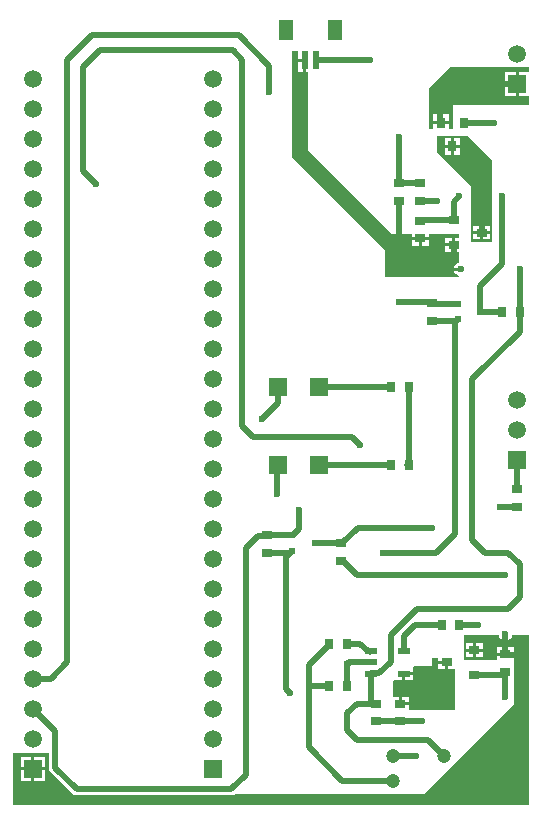
<source format=gtl>
G04*
G04 #@! TF.GenerationSoftware,Altium Limited,Altium Designer,20.0.14 (345)*
G04*
G04 Layer_Physical_Order=1*
G04 Layer_Color=255*
%FSLAX44Y44*%
%MOMM*%
G71*
G01*
G75*
%ADD14R,0.9000X0.7000*%
%ADD15R,0.7000X0.9000*%
%ADD16R,0.6000X0.4700*%
%ADD17R,0.9500X0.6500*%
%ADD18R,0.6000X1.5500*%
%ADD19R,1.2000X1.8000*%
%ADD20R,0.8000X0.9500*%
%ADD21R,1.1000X0.6000*%
%ADD22R,1.5000X1.5000*%
%ADD36C,1.2000*%
%ADD37C,0.5000*%
%ADD38C,1.5000*%
%ADD39R,1.5000X1.5000*%
%ADD40C,0.6000*%
G36*
X470000Y640040D02*
X461270D01*
Y630000D01*
Y619960D01*
X470000D01*
Y612000D01*
X406000D01*
Y592000D01*
X402040D01*
Y595730D01*
X388960D01*
Y592000D01*
X385000D01*
Y626000D01*
X403000Y644000D01*
X470000D01*
Y640040D01*
D02*
G37*
G36*
X439000Y565000D02*
X439000Y496000D01*
X421000D01*
X421000Y543000D01*
X392000Y572000D01*
Y586000D01*
X418000D01*
X439000Y565000D01*
D02*
G37*
G36*
X274460Y651270D02*
X280000D01*
Y650000D01*
X281270D01*
Y639710D01*
X283000D01*
Y574000D01*
X353000Y504000D01*
Y503000D01*
X370960D01*
Y500270D01*
X378000D01*
X385040D01*
Y503000D01*
X411000D01*
Y499290D01*
X407520D01*
Y493500D01*
Y487710D01*
X411000D01*
Y478450D01*
X409838Y478219D01*
X408006Y476994D01*
X406781Y475162D01*
X406604Y474270D01*
X412000D01*
Y471730D01*
X406604D01*
X406781Y470838D01*
X408006Y469006D01*
X409838Y467781D01*
X411000Y467550D01*
Y466000D01*
X348000D01*
Y489000D01*
X269000Y568000D01*
Y658000D01*
X274460D01*
Y651270D01*
D02*
G37*
G36*
X451270Y158604D02*
X452162Y158781D01*
X453994Y160006D01*
X455219Y161838D01*
X455450Y163000D01*
X470000D01*
Y19000D01*
X33000D01*
Y63000D01*
X63392D01*
Y51000D01*
X63819Y48854D01*
X65035Y47035D01*
X83035Y29035D01*
X84854Y27819D01*
X87000Y27392D01*
X218000D01*
X220146Y27819D01*
X221913Y29000D01*
X381000D01*
X457000Y105000D01*
Y125500D01*
X457500D01*
Y138500D01*
X457000D01*
Y140960D01*
X457040D01*
Y145730D01*
X450000D01*
X442960D01*
Y142000D01*
X416000D01*
X415000Y143000D01*
Y163000D01*
X444550D01*
X444781Y161838D01*
X446006Y160006D01*
X447838Y158781D01*
X448730Y158604D01*
Y164000D01*
X451270D01*
Y158604D01*
D02*
G37*
G36*
X392960Y141270D02*
X400250D01*
Y140000D01*
X401520D01*
Y134210D01*
X407000D01*
Y100000D01*
X368040D01*
Y103730D01*
X361000D01*
Y105000D01*
X359730D01*
Y111040D01*
X355000D01*
Y124212D01*
X355960Y124960D01*
X362730D01*
Y130500D01*
X364000D01*
Y131770D01*
X372040D01*
Y136040D01*
X372788Y137000D01*
X388000D01*
Y144000D01*
X392960D01*
Y141270D01*
D02*
G37*
%LPC*%
G36*
X458730Y640040D02*
X449960D01*
Y631270D01*
X458730D01*
Y640040D01*
D02*
G37*
G36*
Y628730D02*
X449960D01*
Y619960D01*
X458730D01*
Y628730D01*
D02*
G37*
G36*
X402040Y604290D02*
X396770D01*
Y598270D01*
X402040D01*
Y604290D01*
D02*
G37*
G36*
X394230D02*
X388960D01*
Y598270D01*
X394230D01*
Y604290D01*
D02*
G37*
G36*
X411540Y584290D02*
X406270D01*
Y578270D01*
X411540D01*
Y584290D01*
D02*
G37*
G36*
X403730D02*
X398460D01*
Y578270D01*
X403730D01*
Y584290D01*
D02*
G37*
G36*
X411540Y575730D02*
X406270D01*
Y569710D01*
X411540D01*
Y575730D01*
D02*
G37*
G36*
X403730D02*
X398460D01*
Y569710D01*
X403730D01*
Y575730D01*
D02*
G37*
G36*
X437040Y509790D02*
X431020D01*
Y505270D01*
X437040D01*
Y509790D01*
D02*
G37*
G36*
X428480D02*
X422460D01*
Y505270D01*
X428480D01*
Y509790D01*
D02*
G37*
G36*
X437040Y502730D02*
X431020D01*
Y498210D01*
X437040D01*
Y502730D01*
D02*
G37*
G36*
X428480D02*
X422460D01*
Y498210D01*
X428480D01*
Y502730D01*
D02*
G37*
G36*
X278730Y648730D02*
X274460D01*
Y639710D01*
X278730D01*
Y648730D01*
D02*
G37*
G36*
X404980Y499290D02*
X398960D01*
Y494770D01*
X404980D01*
Y499290D01*
D02*
G37*
G36*
X385040Y497730D02*
X379270D01*
Y492960D01*
X385040D01*
Y497730D01*
D02*
G37*
G36*
X376730D02*
X370960D01*
Y492960D01*
X376730D01*
Y497730D01*
D02*
G37*
G36*
X404980Y492230D02*
X398960D01*
Y487710D01*
X404980D01*
Y492230D01*
D02*
G37*
G36*
X431040Y156290D02*
X425020D01*
Y151770D01*
X431040D01*
Y156290D01*
D02*
G37*
G36*
X422480D02*
X416460D01*
Y151770D01*
X422480D01*
Y156290D01*
D02*
G37*
G36*
X457040Y153040D02*
X451270D01*
Y148270D01*
X457040D01*
Y153040D01*
D02*
G37*
G36*
X448730D02*
X442960D01*
Y148270D01*
X448730D01*
Y153040D01*
D02*
G37*
G36*
X431040Y149230D02*
X425020D01*
Y144710D01*
X431040D01*
Y149230D01*
D02*
G37*
G36*
X422480D02*
X416460D01*
Y144710D01*
X422480D01*
Y149230D01*
D02*
G37*
G36*
X60040Y60040D02*
X51270D01*
Y51270D01*
X60040D01*
Y60040D01*
D02*
G37*
G36*
X48730D02*
X39960D01*
Y51270D01*
X48730D01*
Y60040D01*
D02*
G37*
G36*
X60040Y48730D02*
X51270D01*
Y39960D01*
X60040D01*
Y48730D01*
D02*
G37*
G36*
X48730D02*
X39960D01*
Y39960D01*
X48730D01*
Y48730D01*
D02*
G37*
G36*
X398980Y138730D02*
X392960D01*
Y134210D01*
X398980D01*
Y138730D01*
D02*
G37*
G36*
X372040Y129230D02*
X365270D01*
Y124960D01*
X372040D01*
Y129230D01*
D02*
G37*
G36*
X368040Y111040D02*
X362270D01*
Y106270D01*
X368040D01*
Y111040D01*
D02*
G37*
%LPD*%
D14*
X360000Y531000D02*
D03*
Y546000D02*
D03*
X378000Y531000D02*
D03*
Y546000D02*
D03*
X460000Y287000D02*
D03*
Y272000D02*
D03*
X248000Y248000D02*
D03*
Y233000D02*
D03*
X388000Y444000D02*
D03*
Y429000D02*
D03*
X311000Y226000D02*
D03*
Y241000D02*
D03*
X378000Y514000D02*
D03*
Y499000D02*
D03*
X450000Y147000D02*
D03*
Y132000D02*
D03*
X340000Y105000D02*
D03*
Y90000D02*
D03*
X361000Y105000D02*
D03*
Y90000D02*
D03*
D15*
X316000Y156000D02*
D03*
X301000D02*
D03*
Y120000D02*
D03*
X316000D02*
D03*
X462000Y437000D02*
D03*
X447000D02*
D03*
X396000Y172000D02*
D03*
X411000D02*
D03*
X368000Y373000D02*
D03*
X353000D02*
D03*
X368000Y307000D02*
D03*
X353000D02*
D03*
D16*
X409500Y443500D02*
D03*
Y430500D02*
D03*
X428500Y437000D02*
D03*
X269500Y247500D02*
D03*
Y234500D02*
D03*
X288500Y241000D02*
D03*
D17*
X423750Y129500D02*
D03*
Y150500D02*
D03*
X400250Y140000D02*
D03*
X429750Y504000D02*
D03*
X406250Y493500D02*
D03*
Y514500D02*
D03*
D18*
X280000Y650000D02*
D03*
X290000D02*
D03*
D19*
X306000Y675250D02*
D03*
X264000D02*
D03*
D20*
X414500Y597000D02*
D03*
X395500D02*
D03*
X405000Y577000D02*
D03*
D21*
X336000Y149500D02*
D03*
Y140000D02*
D03*
Y130500D02*
D03*
X364000D02*
D03*
Y149500D02*
D03*
D22*
X257500Y373000D02*
D03*
X292500D02*
D03*
X257500Y307000D02*
D03*
X292500D02*
D03*
D36*
X355000Y40000D02*
D03*
X398000Y61000D02*
D03*
X355000D02*
D03*
D37*
X445271Y272000D02*
X460000D01*
X422000Y244000D02*
Y380000D01*
X460000Y287000D02*
Y311600D01*
X360000Y546000D02*
Y585000D01*
X280000Y570000D02*
X351000Y499000D01*
X250000Y623000D02*
Y645000D01*
X224000Y671000D02*
X250000Y645000D01*
X218999Y658317D02*
X227000Y650315D01*
X106317Y658317D02*
X218999D01*
X227000Y340000D02*
X236000Y331000D01*
X227000Y340000D02*
Y650315D01*
X378000Y531000D02*
X392000D01*
X360000Y495000D02*
Y531000D01*
Y495000D02*
X361000Y494000D01*
X360000Y546000D02*
X378000D01*
X462000Y420000D02*
Y437000D01*
X422000Y380000D02*
X462000Y420000D01*
X433000Y233000D02*
X452000D01*
X422000Y244000D02*
X433000Y233000D01*
X462000Y195000D02*
Y223000D01*
X452000Y233000D02*
X462000Y223000D01*
X92000Y556000D02*
X103000Y545000D01*
X92000Y556000D02*
Y644000D01*
X106317Y658317D01*
X236000Y331000D02*
X319729D01*
X326729Y324000D01*
X327000D01*
X79000Y140000D02*
Y650000D01*
X65200Y126200D02*
X79000Y140000D01*
Y650000D02*
X100000Y671000D01*
X50000Y126200D02*
X65200D01*
X69000Y51000D02*
Y81800D01*
X76000Y24000D02*
X386000D01*
X87000Y33000D02*
X218000D01*
X50000Y100800D02*
X69000Y81800D01*
X449000Y147000D02*
X450000D01*
X69000Y51000D02*
X87000Y33000D01*
X386000Y24000D02*
X465000Y103000D01*
X257000Y283000D02*
Y306500D01*
X275000Y252650D02*
Y269000D01*
X269850Y247500D02*
X275000Y252650D01*
X312000Y40000D02*
X355000D01*
X284000Y68000D02*
X312000Y40000D01*
X284000Y68000D02*
Y104000D01*
Y121000D02*
Y138000D01*
Y104000D02*
Y121000D01*
X285000Y120000D02*
X301000D01*
X284000Y121000D02*
X285000Y120000D01*
X301000Y155000D02*
Y156000D01*
X284000Y138000D02*
X301000Y155000D01*
X315830Y138809D02*
X316010Y138628D01*
X316000Y120000D02*
X316010Y120010D01*
Y138628D01*
X301000Y120000D02*
Y121000D01*
X218000Y33000D02*
X230000Y45000D01*
X247197Y247197D02*
X248000Y248000D01*
X240197Y247197D02*
X247197D01*
X230000Y45000D02*
Y237000D01*
X240197Y247197D01*
X316000Y119000D02*
Y120000D01*
X267250Y114250D02*
Y114521D01*
X264000Y118000D02*
Y229350D01*
Y118000D02*
X265000Y117000D01*
X264000Y229350D02*
X267650Y233000D01*
X265000Y116771D02*
Y117000D01*
Y116771D02*
X267250Y114521D01*
X318000Y156000D02*
X327000D01*
X333500Y149500D02*
X336000D01*
X327000Y156000D02*
X333500Y149500D01*
X317291Y140000D02*
X336000D01*
X100000Y671000D02*
X224000D01*
X316000Y82610D02*
X324146Y74465D01*
X384535D02*
X398000Y61000D01*
X324146Y74465D02*
X384535D01*
X316000Y82610D02*
Y97000D01*
X315830Y138809D02*
X316021Y139000D01*
X335750Y149250D02*
X336000Y149500D01*
X428500Y437000D02*
Y458500D01*
Y437000D02*
X447000D01*
X388000Y444000D02*
X388350Y443650D01*
X387191Y444809D02*
X388000Y444000D01*
X388350Y443650D02*
X409350D01*
X409500Y443500D01*
X360191Y444809D02*
X387191D01*
X360000Y445000D02*
X360191Y444809D01*
X407000Y428000D02*
X408000Y429000D01*
X388000D02*
X408000D01*
X409000Y430000D01*
X409150Y430500D02*
X409500D01*
X409000Y430350D02*
X409150Y430500D01*
X409000Y430000D02*
Y430350D01*
X407000Y249000D02*
Y428000D01*
X267650Y233000D02*
X269150Y234500D01*
X269500D01*
Y247500D02*
X269850D01*
X288500Y241000D02*
X311000D01*
X248000Y233000D02*
X267650D01*
X248000Y248000D02*
X268650D01*
X269150Y247500D01*
X269500D01*
X316000Y97000D02*
X324000Y105000D01*
X339000D01*
X450000Y147000D02*
X450803Y146197D01*
X465000Y103000D02*
Y139000D01*
X450803Y146197D02*
X457803D01*
X465000Y139000D01*
X375186Y185000D02*
X452000D01*
X462000Y195000D01*
X361000Y90000D02*
X379000D01*
X391000Y233000D02*
X407000Y249000D01*
X346000Y233000D02*
X391000D01*
X312000Y241000D02*
X325000Y254000D01*
X311000Y241000D02*
X312000D01*
X325000Y254000D02*
X388000D01*
X324000Y214000D02*
X450000D01*
X343278Y131000D02*
X353000Y140722D01*
X336000Y130500D02*
X336500Y131000D01*
X343278D01*
X336000Y108000D02*
Y130500D01*
Y108000D02*
X339000Y105000D01*
X361000D02*
X362000D01*
X363000Y106000D01*
X355000Y61000D02*
X374000D01*
X312000Y225000D02*
X313000D01*
X324000Y214000D01*
X311000Y226000D02*
X312000Y225000D01*
X353000Y162814D02*
X375186Y185000D01*
X353000Y140722D02*
Y162814D01*
X411000Y172000D02*
X427000D01*
X450000Y111000D02*
Y132000D01*
Y147000D02*
Y164000D01*
X398750Y140000D02*
X400250D01*
X423750Y129500D02*
X446500D01*
X449000Y132000D01*
X450000D01*
X373500Y172000D02*
X380000D01*
X364000Y162500D02*
X373500Y172000D01*
X375000Y172000D02*
X396000D01*
X380000Y172000D02*
X380000Y172000D01*
X462000Y437000D02*
Y473000D01*
X406250Y478750D02*
Y493500D01*
X316021Y139000D02*
X316291D01*
X317291Y140000D01*
X340000Y90000D02*
X361000D01*
X257500Y359500D02*
Y373000D01*
X244000Y346000D02*
X257500Y359500D01*
X257000Y306500D02*
X257500Y307000D01*
X378000Y499000D02*
X378000Y499000D01*
X447000Y477000D02*
Y535000D01*
X428500Y458500D02*
X447000Y477000D01*
X406250Y514500D02*
Y529979D01*
X411000Y534729D01*
Y535000D01*
X430000Y504250D02*
Y551250D01*
X405000Y576250D02*
Y577000D01*
X429750Y504000D02*
X430000Y504250D01*
X395000Y597500D02*
X395500Y597000D01*
X395000Y597500D02*
Y620000D01*
X405000Y630000D02*
X460000D01*
X395000Y620000D02*
X405000Y630000D01*
X368000Y340000D02*
Y373000D01*
Y308000D02*
Y340000D01*
X367000Y307000D02*
X368000Y308000D01*
X378000Y514000D02*
X378250Y514250D01*
X406000D01*
X406250Y514500D01*
X290000Y650000D02*
X335000D01*
X414500Y597000D02*
X414500Y597000D01*
X440000D01*
X293000Y373000D02*
X353000D01*
X292000Y307000D02*
X352000D01*
X364000Y149500D02*
Y162500D01*
D38*
X460000Y362400D02*
D03*
Y337000D02*
D03*
Y655400D02*
D03*
X50000Y634200D02*
D03*
Y608800D02*
D03*
Y583400D02*
D03*
Y558000D02*
D03*
Y532600D02*
D03*
Y507200D02*
D03*
Y481800D02*
D03*
Y456400D02*
D03*
Y431000D02*
D03*
Y405600D02*
D03*
Y380200D02*
D03*
Y354800D02*
D03*
Y329400D02*
D03*
Y304000D02*
D03*
Y278600D02*
D03*
Y253200D02*
D03*
Y227800D02*
D03*
Y202400D02*
D03*
Y177000D02*
D03*
Y151600D02*
D03*
Y126200D02*
D03*
Y100800D02*
D03*
Y75400D02*
D03*
X202400Y634200D02*
D03*
Y608800D02*
D03*
Y583400D02*
D03*
Y558000D02*
D03*
Y532600D02*
D03*
Y507200D02*
D03*
Y481800D02*
D03*
Y456400D02*
D03*
Y431000D02*
D03*
Y405600D02*
D03*
Y380200D02*
D03*
Y354800D02*
D03*
Y329400D02*
D03*
Y304000D02*
D03*
Y278600D02*
D03*
Y253200D02*
D03*
Y227800D02*
D03*
Y202400D02*
D03*
Y177000D02*
D03*
Y151600D02*
D03*
Y126200D02*
D03*
Y100800D02*
D03*
Y75400D02*
D03*
D39*
X460000Y311600D02*
D03*
Y630000D02*
D03*
X50000Y50000D02*
D03*
X202400D02*
D03*
D40*
X445271Y272000D02*
D03*
X360000Y585000D02*
D03*
X250000Y623000D02*
D03*
X392000Y531000D02*
D03*
X103000Y545000D02*
D03*
X327000Y324000D02*
D03*
X257000Y283000D02*
D03*
X275000Y269000D02*
D03*
X284000Y104000D02*
D03*
X379000Y90000D02*
D03*
X267250Y114250D02*
D03*
X388000Y254000D02*
D03*
X346000Y233000D02*
D03*
X374000Y61000D02*
D03*
X450000Y214000D02*
D03*
X427000Y172000D02*
D03*
X450000Y111000D02*
D03*
Y164000D02*
D03*
X462000Y473000D02*
D03*
X412000D02*
D03*
X360000Y445000D02*
D03*
X316021Y139000D02*
D03*
X244000Y346000D02*
D03*
X447000Y535000D02*
D03*
X411000D02*
D03*
X368000Y340000D02*
D03*
X335000Y650000D02*
D03*
X440000Y597000D02*
D03*
M02*

</source>
